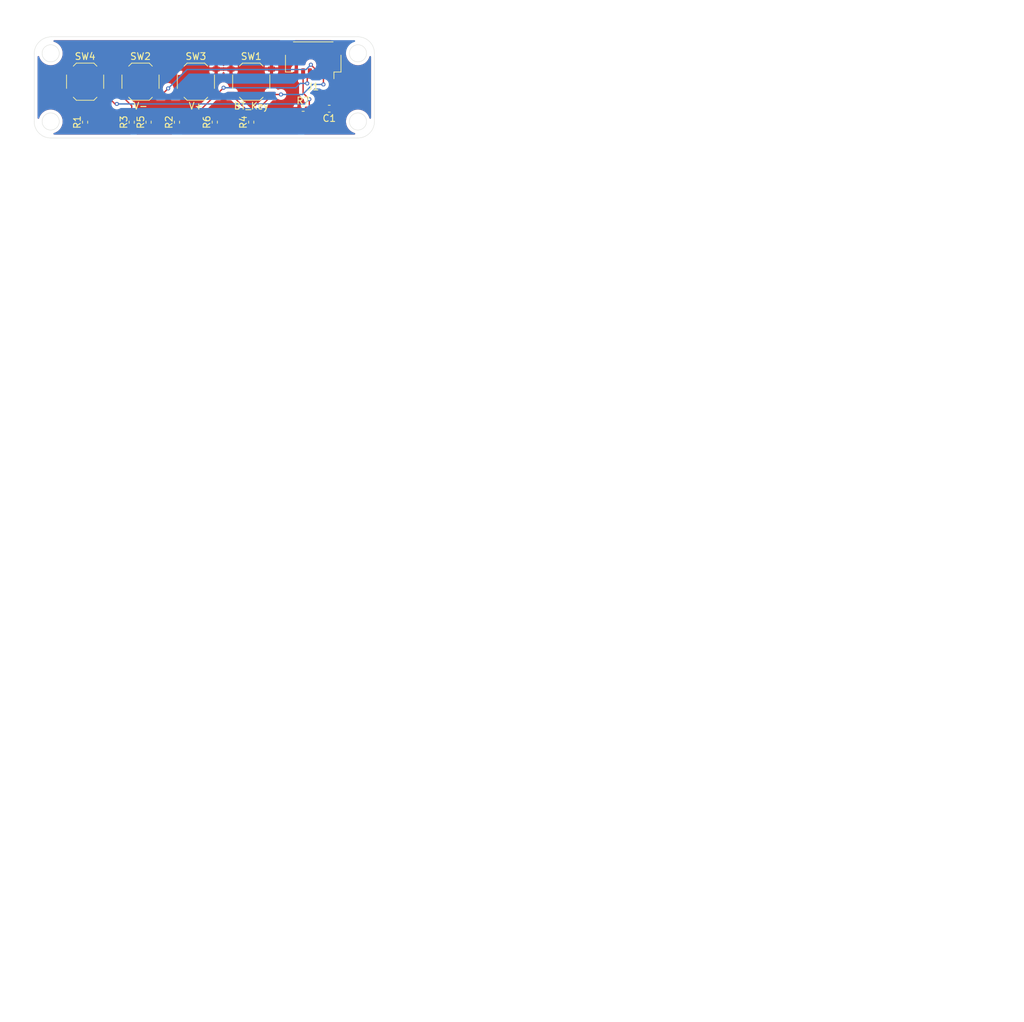
<source format=kicad_pcb>
(kicad_pcb (version 20241229) (generator "pcbnew") (generator_version "9.0")
  (layers (0 "F.Cu" signal) (2 "B.Cu" signal) (13 "F.Paste" user) (15 "B.Paste" user) (5 "F.SilkS" user "F.Silkscreen") (7 "B.SilkS" user "B.Silkscreen") (1 "F.Mask" user) (3 "B.Mask" user) (25 "Edge.Cuts" user))
  (net 0 "")
  (net 1 "GND")
  (net 2 "Net-(J1-Pin_5)")
  (net 3 "Net-(J1-Pin_6)")
  (net 4 "Net-(J1-Pin_4)")
  (net 5 "Net-(J1-Pin_2)")
  (net 6 "Net-(J1-Pin_3)")
  (footprint "Capacitor_SMD:C_0603_1608Metric_Pad1.08x0.95mm_HandSolder" (layer "F.Cu") (at 63.75 30.705 180)
    (property "Reference" "C1" (at 0 -1.43 180) (layer "F.SilkS"))
    (property "Value" "100nF")
    (fp_line (start -0.146267 0.51) (end 0.146267 0.51) (stroke (width 0.12)) (layer "F.SilkS"))
    (fp_line (start -0.146267 -0.51) (end 0.146267 -0.51) (stroke (width 0.12)) (layer "F.SilkS"))
    (pad "1" smd roundrect (at -0.8625 0 180) (size 1.075 0.95) (layers "F.Cu" "F.Mask" "F.Paste") (net 1 "GND"))
    (pad "2" smd roundrect (at 0.8625 0 180) (size 1.075 0.95) (layers "F.Cu" "F.Mask" "F.Paste") (net 3 "Net-(J1-Pin_6)"))
  )
  (footprint "Resistor_SMD:R_0402_1005Metric_Pad0.72x0.64mm_HandSolder" (layer "F.Cu") (at 37 32.705 90)
    (property "Reference" "R5" (at 0 -1.17 90) (layer "F.SilkS"))
    (property "Value" "1kΩ")
    (fp_line (start -0.167621 -0.38) (end 0.167621 -0.38) (stroke (width 0.12)) (layer "F.SilkS"))
    (fp_line (start -0.167621 0.38) (end 0.167621 0.38) (stroke (width 0.12)) (layer "F.SilkS"))
    (pad "1" smd roundrect (at -0.5975 0 90) (size 0.715 0.64) (layers "F.Cu" "F.Mask" "F.Paste") (net 1 "GND"))
    (pad "2" smd roundrect (at 0.5975 0 90) (size 0.715 0.64) (layers "F.Cu" "F.Mask" "F.Paste") (net 4 "Net-(J1-Pin_4)"))
  )
  (footprint "Resistor_SMD:R_0402_1005Metric_Pad0.72x0.64mm_HandSolder" (layer "F.Cu") (at 41.2 32.705 90)
    (property "Reference" "R2" (at 0 -1.17 90) (layer "F.SilkS"))
    (property "Value" "1kΩ")
    (fp_line (start -0.167621 -0.38) (end 0.167621 -0.38) (stroke (width 0.12)) (layer "F.SilkS"))
    (fp_line (start -0.167621 0.38) (end 0.167621 0.38) (stroke (width 0.12)) (layer "F.SilkS"))
    (pad "1" smd roundrect (at -0.5975 0 90) (size 0.715 0.64) (layers "F.Cu" "F.Mask" "F.Paste") (net 3 "Net-(J1-Pin_6)"))
    (pad "2" smd roundrect (at 0.5975 0 90) (size 0.715 0.64) (layers "F.Cu" "F.Mask" "F.Paste") (net 6 "Net-(J1-Pin_3)"))
  )
  (footprint "Resistor_SMD:R_0402_1005Metric_Pad0.72x0.64mm_HandSolder" (layer "F.Cu") (at 52.2 32.7 90)
    (property "Reference" "R4" (at 0 -1.17 90) (layer "F.SilkS"))
    (property "Value" "1kΩ")
    (fp_line (start -0.167621 -0.38) (end 0.167621 -0.38) (stroke (width 0.12)) (layer "F.SilkS"))
    (fp_line (start -0.167621 0.38) (end 0.167621 0.38) (stroke (width 0.12)) (layer "F.SilkS"))
    (pad "1" smd roundrect (at -0.5975 0 90) (size 0.715 0.64) (layers "F.Cu" "F.Mask" "F.Paste") (net 1 "GND"))
    (pad "2" smd roundrect (at 0.5975 0 90) (size 0.715 0.64) (layers "F.Cu" "F.Mask" "F.Paste") (net 2 "Net-(J1-Pin_5)"))
  )
  (footprint "Resistor_SMD:R_0402_1005Metric_Pad0.72x0.64mm_HandSolder" (layer "F.Cu") (at 59.8875 30.705)
    (property "Reference" "R7" (at 0 -1.17 0) (layer "F.SilkS"))
    (property "Value" "1kΩ")
    (fp_line (start -0.167621 -0.38) (end 0.167621 -0.38) (stroke (width 0.12)) (layer "F.SilkS"))
    (fp_line (start -0.167621 0.38) (end 0.167621 0.38) (stroke (width 0.12)) (layer "F.SilkS"))
    (pad "1" smd roundrect (at -0.5975 0) (size 0.715 0.64) (layers "F.Cu" "F.Mask" "F.Paste") (net 1 "GND"))
    (pad "2" smd roundrect (at 0.5975 0) (size 0.715 0.64) (layers "F.Cu" "F.Mask" "F.Paste") (net 5 "Net-(J1-Pin_2)"))
  )
  (footprint "Button_Switch_SMD:SW_Push_1P1T_XKB_TS-1187A" (layer "F.Cu") (at 35.8 26.705)
    (property "Reference" "SW2" (at 0 -3.75 0) (layer "F.SilkS"))
    (property "Value" "V-" (at 0 3.6 0) (layer "F.SilkS"))
    (fp_line (start -2.75 -1) (end -2.75 1) (stroke (width 0.12)) (layer "F.SilkS"))
    (fp_line (start -1.75 -2.3) (end -1.3 -2.75) (stroke (width 0.12)) (layer "F.SilkS"))
    (fp_line (start -1.75 2.3) (end -1.3 2.75) (stroke (width 0.12)) (layer "F.SilkS"))
    (fp_line (start -1.3 -2.75) (end 1.3 -2.75) (stroke (width 0.12)) (layer "F.SilkS"))
    (fp_line (start -1.3 2.75) (end 1.3 2.75) (stroke (width 0.12)) (layer "F.SilkS"))
    (fp_line (start 1.75 -2.3) (end 1.3 -2.75) (stroke (width 0.12)) (layer "F.SilkS"))
    (fp_line (start 1.75 2.3) (end 1.3 2.75) (stroke (width 0.12)) (layer "F.SilkS"))
    (fp_line (start 2.75 -1) (end 2.75 1) (stroke (width 0.12)) (layer "F.SilkS"))
    (pad "1" smd rect (at -3 -1.875) (size 1 0.75) (layers "F.Cu" "F.Mask" "F.Paste") (net 1 "GND"))
    (pad "1" smd rect (at 3 -1.875) (size 1 0.75) (layers "F.Cu" "F.Mask" "F.Paste") (net 1 "GND"))
    (pad "2" smd rect (at -3 1.875) (size 1 0.75) (layers "F.Cu" "F.Mask" "F.Paste") (net 4 "Net-(J1-Pin_4)"))
    (pad "2" smd rect (at 3 1.875) (size 1 0.75) (layers "F.Cu" "F.Mask" "F.Paste") (net 4 "Net-(J1-Pin_4)"))
  )
  (footprint "Button_Switch_SMD:SW_Push_1P1T_XKB_TS-1187A" (layer "F.Cu") (at 52.2 26.705)
    (property "Reference" "SW1" (at 0 -3.75 0) (layer "F.SilkS"))
    (property "Value" "BT_Key" (at 0 3.6 0) (layer "F.SilkS"))
    (fp_line (start -2.75 -1) (end -2.75 1) (stroke (width 0.12)) (layer "F.SilkS"))
    (fp_line (start -1.75 -2.3) (end -1.3 -2.75) (stroke (width 0.12)) (layer "F.SilkS"))
    (fp_line (start -1.75 2.3) (end -1.3 2.75) (stroke (width 0.12)) (layer "F.SilkS"))
    (fp_line (start -1.3 -2.75) (end 1.3 -2.75) (stroke (width 0.12)) (layer "F.SilkS"))
    (fp_line (start -1.3 2.75) (end 1.3 2.75) (stroke (width 0.12)) (layer "F.SilkS"))
    (fp_line (start 1.75 -2.3) (end 1.3 -2.75) (stroke (width 0.12)) (layer "F.SilkS"))
    (fp_line (start 1.75 2.3) (end 1.3 2.75) (stroke (width 0.12)) (layer "F.SilkS"))
    (fp_line (start 2.75 -1) (end 2.75 1) (stroke (width 0.12)) (layer "F.SilkS"))
    (pad "1" smd rect (at -3 -1.875) (size 1 0.75) (layers "F.Cu" "F.Mask" "F.Paste") (net 1 "GND"))
    (pad "1" smd rect (at 3 -1.875) (size 1 0.75) (layers "F.Cu" "F.Mask" "F.Paste") (net 1 "GND"))
    (pad "2" smd rect (at -3 1.875) (size 1 0.75) (layers "F.Cu" "F.Mask" "F.Paste") (net 2 "Net-(J1-Pin_5)"))
    (pad "2" smd rect (at 3 1.875) (size 1 0.75) (layers "F.Cu" "F.Mask" "F.Paste") (net 2 "Net-(J1-Pin_5)"))
  )
  (footprint "Button_Switch_SMD:SW_Push_1P1T_XKB_TS-1187A" (layer "F.Cu") (at 44 26.705)
    (property "Reference" "SW3" (at 0 -3.75 0) (layer "F.SilkS"))
    (property "Value" "V+" (at 0 3.6 0) (layer "F.SilkS"))
    (fp_line (start -2.75 -1) (end -2.75 1) (stroke (width 0.12)) (layer "F.SilkS"))
    (fp_line (start -1.75 -2.3) (end -1.3 -2.75) (stroke (width 0.12)) (layer "F.SilkS"))
    (fp_line (start -1.75 2.3) (end -1.3 2.75) (stroke (width 0.12)) (layer "F.SilkS"))
    (fp_line (start -1.3 -2.75) (end 1.3 -2.75) (stroke (width 0.12)) (layer "F.SilkS"))
    (fp_line (start -1.3 2.75) (end 1.3 2.75) (stroke (width 0.12)) (layer "F.SilkS"))
    (fp_line (start 1.75 -2.3) (end 1.3 -2.75) (stroke (width 0.12)) (layer "F.SilkS"))
    (fp_line (start 1.75 2.3) (end 1.3 2.75) (stroke (width 0.12)) (layer "F.SilkS"))
    (fp_line (start 2.75 -1) (end 2.75 1) (stroke (width 0.12)) (layer "F.SilkS"))
    (pad "1" smd rect (at -3 -1.875) (size 1 0.75) (layers "F.Cu" "F.Mask" "F.Paste") (net 1 "GND"))
    (pad "1" smd rect (at 3 -1.875) (size 1 0.75) (layers "F.Cu" "F.Mask" "F.Paste") (net 1 "GND"))
    (pad "2" smd rect (at -3 1.875) (size 1 0.75) (layers "F.Cu" "F.Mask" "F.Paste") (net 6 "Net-(J1-Pin_3)"))
    (pad "2" smd rect (at 3 1.875) (size 1 0.75) (layers "F.Cu" "F.Mask" "F.Paste") (net 6 "Net-(J1-Pin_3)"))
  )
  (footprint "Resistor_SMD:R_0402_1005Metric_Pad0.72x0.64mm_HandSolder" (layer "F.Cu") (at 34.5 32.705 90)
    (property "Reference" "R3" (at 0 -1.17 90) (layer "F.SilkS"))
    (property "Value" "1kΩ")
    (fp_line (start -0.167621 -0.38) (end 0.167621 -0.38) (stroke (width 0.12)) (layer "F.SilkS"))
    (fp_line (start -0.167621 0.38) (end 0.167621 0.38) (stroke (width 0.12)) (layer "F.SilkS"))
    (pad "1" smd roundrect (at -0.5975 0 90) (size 0.715 0.64) (layers "F.Cu" "F.Mask" "F.Paste") (net 3 "Net-(J1-Pin_6)"))
    (pad "2" smd roundrect (at 0.5975 0 90) (size 0.715 0.64) (layers "F.Cu" "F.Mask" "F.Paste") (net 4 "Net-(J1-Pin_4)"))
  )
  (footprint "Resistor_SMD:R_0402_1005Metric_Pad0.72x0.64mm_HandSolder" (layer "F.Cu") (at 27.6 32.705 90)
    (property "Reference" "R1" (at 0 -1.17 90) (layer "F.SilkS"))
    (property "Value" "1kΩ")
    (fp_line (start -0.167621 -0.38) (end 0.167621 -0.38) (stroke (width 0.12)) (layer "F.SilkS"))
    (fp_line (start -0.167621 0.38) (end 0.167621 0.38) (stroke (width 0.12)) (layer "F.SilkS"))
    (pad "1" smd roundrect (at -0.5975 0 90) (size 0.715 0.64) (layers "F.Cu" "F.Mask" "F.Paste") (net 3 "Net-(J1-Pin_6)"))
    (pad "2" smd roundrect (at 0.5975 0 90) (size 0.715 0.64) (layers "F.Cu" "F.Mask" "F.Paste") (net 5 "Net-(J1-Pin_2)"))
  )
  (footprint "Resistor_SMD:R_0402_1005Metric_Pad0.72x0.64mm_HandSolder" (layer "F.Cu") (at 46.8 32.7 90)
    (property "Reference" "R6" (at 0 -1.17 90) (layer "F.SilkS"))
    (property "Value" "1kΩ")
    (fp_line (start -0.167621 -0.38) (end 0.167621 -0.38) (stroke (width 0.12)) (layer "F.SilkS"))
    (fp_line (start -0.167621 0.38) (end 0.167621 0.38) (stroke (width 0.12)) (layer "F.SilkS"))
    (pad "1" smd roundrect (at -0.5975 0 90) (size 0.715 0.64) (layers "F.Cu" "F.Mask" "F.Paste") (net 1 "GND"))
    (pad "2" smd roundrect (at 0.5975 0 90) (size 0.715 0.64) (layers "F.Cu" "F.Mask" "F.Paste") (net 6 "Net-(J1-Pin_3)"))
  )
  (footprint "Connector_JST:JST_SH_SM06B-SRSS-TB_1x06-1MP_P1.00mm_Horizontal" (layer "F.Cu") (at 61.38 23.49 180)
    (property "Reference" "J1" (at 0 -3.98 0) (layer "F.SilkS"))
    (property "Value" "Conn_01x06")
    (fp_line (start 4.11 0.715) (end 4.11 -1.785) (stroke (width 0.12)) (layer "F.SilkS"))
    (fp_line (start 4.11 -1.785) (end 3.06 -1.785) (stroke (width 0.12)) (layer "F.SilkS"))
    (fp_line (start -2.94 2.685) (end 2.94 2.685) (stroke (width 0.12)) (layer "F.SilkS"))
    (fp_line (start -3.06 -1.785) (end -3.06 -2.775) (stroke (width 0.12)) (layer "F.SilkS"))
    (fp_line (start -4.11 0.715) (end -4.11 -1.785) (stroke (width 0.12)) (layer "F.SilkS"))
    (fp_line (start -4.11 -1.785) (end -3.06 -1.785) (stroke (width 0.12)) (layer "F.SilkS"))
    (pad "1" smd roundrect (at 2.5 -2 180) (size 0.6 1.55) (layers "F.Cu" "F.Mask" "F.Paste") (net 1 "GND"))
    (pad "2" smd roundrect (at 1.5 -2 180) (size 0.6 1.55) (layers "F.Cu" "F.Mask" "F.Paste") (net 5 "Net-(J1-Pin_2)"))
    (pad "3" smd roundrect (at 0.5 -2 180) (size 0.6 1.55) (layers "F.Cu" "F.Mask" "F.Paste") (net 6 "Net-(J1-Pin_3)"))
    (pad "4" smd roundrect (at -0.5 -2 180) (size 0.6 1.55) (layers "F.Cu" "F.Mask" "F.Paste") (net 4 "Net-(J1-Pin_4)"))
    (pad "5" smd roundrect (at -1.5 -2 180) (size 0.6 1.55) (layers "F.Cu" "F.Mask" "F.Paste") (net 2 "Net-(J1-Pin_5)"))
    (pad "6" smd roundrect (at -2.5 -2 180) (size 0.6 1.55) (layers "F.Cu" "F.Mask" "F.Paste") (net 3 "Net-(J1-Pin_6)"))
    (pad "MP" smd roundrect (at -3.8 1.875 180) (size 1.2 1.8) (layers "F.Cu" "F.Mask" "F.Paste") (roundrect_rratio 0.208333))
    (pad "MP" smd roundrect (at 3.8 1.875 180) (size 1.2 1.8) (layers "F.Cu" "F.Mask" "F.Paste") (roundrect_rratio 0.208333))
  )
  (footprint "Button_Switch_SMD:SW_Push_1P1T_XKB_TS-1187A" (layer "F.Cu") (at 27.6 26.705)
    (property "Reference" "SW4" (at 0 -3.75 0) (layer "F.SilkS"))
    (property "Value" "start_pause" (hide yes))
    (fp_line (start -2.75 -1) (end -2.75 1) (stroke (width 0.12)) (layer "F.SilkS"))
    (fp_line (start -1.75 -2.3) (end -1.3 -2.75) (stroke (width 0.12)) (layer "F.SilkS"))
    (fp_line (start -1.75 2.3) (end -1.3 2.75) (stroke (width 0.12)) (layer "F.SilkS"))
    (fp_line (start -1.3 -2.75) (end 1.3 -2.75) (stroke (width 0.12)) (layer "F.SilkS"))
    (fp_line (start -1.3 2.75) (end 1.3 2.75) (stroke (width 0.12)) (layer "F.SilkS"))
    (fp_line (start 1.75 -2.3) (end 1.3 -2.75) (stroke (width 0.12)) (layer "F.SilkS"))
    (fp_line (start 1.75 2.3) (end 1.3 2.75) (stroke (width 0.12)) (layer "F.SilkS"))
    (fp_line (start 2.75 -1) (end 2.75 1) (stroke (width 0.12)) (layer "F.SilkS"))
    (pad "1" smd rect (at -3 -1.875) (size 1 0.75) (layers "F.Cu" "F.Mask" "F.Paste") (net 1 "GND"))
    (pad "1" smd rect (at 3 -1.875) (size 1 0.75) (layers "F.Cu" "F.Mask" "F.Paste") (net 1 "GND"))
    (pad "2" smd rect (at -3 1.875) (size 1 0.75) (layers "F.Cu" "F.Mask" "F.Paste") (net 5 "Net-(J1-Pin_2)"))
    (pad "2" smd rect (at 3 1.875) (size 1 0.75) (layers "F.Cu" "F.Mask" "F.Paste") (net 5 "Net-(J1-Pin_2)"))
  )
  (gr_line (start 70.443949 22.5) (end 70.443949 32.6) (stroke (width 0.05)) (layer "Edge.Cuts"))
  (gr_line (start 22.596051 20.056051) (end 68 20.056051) (stroke (width 0.05)) (layer "Edge.Cuts"))
  (gr_circle (center 68 32.6) (end 69.27 32.6) (stroke (width 0.05)) (fill no) (layer "Edge.Cuts"))
  (gr_arc (start 70.443949 32.6) (mid 69.728133 34.328133) (end 68 35.043949) (stroke (width 0.05)) (layer "Edge.Cuts"))
  (gr_line (start 20.056052 22.596051) (end 20.056051 32.6) (stroke (width 0.05)) (layer "Edge.Cuts"))
  (gr_circle (center 22.5 22.5) (end 23.77 22.5) (stroke (width 0.05)) (fill no) (layer "Edge.Cuts"))
  (gr_circle (center 22.5 32.6) (end 23.77 32.6) (stroke (width 0.05)) (fill no) (layer "Edge.Cuts"))
  (gr_arc (start 68 20.056051) (mid 69.728133 20.771867) (end 70.443949 22.5) (stroke (width 0.05)) (layer "Edge.Cuts"))
  (gr_line (start 22.5 35.043949) (end 68 35.043949) (stroke (width 0.05)) (layer "Edge.Cuts"))
  (gr_arc (start 20.056051 22.596051) (mid 20.8 20.8) (end 22.596051 20.056051) (stroke (width 0.05)) (layer "Edge.Cuts"))
  (gr_arc (start 22.5 35.043949) (mid 20.771867 34.328133) (end 20.056051 32.6) (stroke (width 0.05)) (layer "Edge.Cuts"))
  (gr_circle (center 68 22.5) (end 69.27 22.5) (stroke (width 0.05)) (fill no) (layer "Edge.Cuts"))
  (segment (start 52.2 31.58) (end 49.2 28.58) (width 0.2) (layer "F.Cu") (net 2))
  (segment (start 56.6 28.6) (end 55.22 28.6) (width 0.2) (layer "F.Cu") (net 2))
  (segment (start 62.89 25.81) (end 62.9 25.8) (width 0.2) (layer "F.Cu") (net 2))
  (segment (start 55.22 28.6) (end 55.2 28.58) (width 0.2) (layer "F.Cu") (net 2))
  (segment (start 62.89 25.5) (end 62.88 25.49) (width 0.2) (layer "F.Cu") (net 2))
  (segment (start 55.2 28.58) (end 55.2 28.7875) (width 0.2) (layer "F.Cu") (net 2))
  (segment (start 52.2 31.7875) (end 52.2 31.58) (width 0.2) (layer "F.Cu") (net 2))
  (segment (start 62.89 27.11) (end 62.89 25.5) (width 0.2) (layer "F.Cu") (net 2))
  (segment (start 55.2 28.7875) (end 52.2 31.7875) (width 0.2) (layer "F.Cu") (net 2))
  (via (at 56.6 28.6) (size 0.6) (drill 0.3) (layers "F.Cu" "B.Cu") (net 2))
  (via (at 62.89 27.11) (size 0.6) (drill 0.3) (layers "F.Cu" "B.Cu") (net 2))
  (segment (start 59.8 28.6) (end 56.6 28.6) (width 0.2) (layer "B.Cu") (net 2))
  (segment (start 62.89 27.11) (end 61.29 27.11) (width 0.2) (layer "B.Cu") (net 2))
  (segment (start 61.29 27.11) (end 59.8 28.6) (width 0.2) (layer "B.Cu") (net 2))
  (segment (start 40.374551 34.442949) (end 41.2 33.6175) (width 0.2) (layer "F.Cu") (net 3))
  (segment (start 35.325449 34.442949) (end 40.374551 34.442949) (width 0.2) (layer "F.Cu") (net 3))
  (segment (start 27.6 33.6175) (end 34.5 33.6175) (width 0.2) (layer "F.Cu") (net 3))
  (segment (start 42.0085 34.426) (end 59.079 34.426) (width 0.2) (layer "F.Cu") (net 3))
  (segment (start 59.079 34.426) (end 63.9 29.605) (width 0.2) (layer "F.Cu") (net 3))
  (segment (start 63.9 29.605) (end 63.88 29.585) (width 0.2) (layer "F.Cu") (net 3))
  (segment (start 34.5 33.6175) (end 35.325449 34.442949) (width 0.2) (layer "F.Cu") (net 3))
  (segment (start 41.2 33.6175) (end 42.0085 34.426) (width 0.2) (layer "F.Cu") (net 3))
  (segment (start 63.88 29.585) (end 63.88 25.49) (width 0.2) (layer "F.Cu") (net 3))
  (segment (start 34.5 31.7925) (end 34.5 30.28) (width 0.2) (layer "F.Cu") (net 4))
  (segment (start 38.8 28.58) (end 39.02 28.58) (width 0.2) (layer "F.Cu") (net 4))
  (segment (start 61.03 24.19) (end 61.88 25.04) (width 0.2) (layer "F.Cu") (net 4))
  (segment (start 34.5 30.28) (end 32.8 28.58) (width 0.2) (layer "F.Cu") (net 4))
  (segment (start 32.8 28.58) (end 38.8 28.58) (width 0.2) (layer "F.Cu") (net 4))
  (segment (start 34.5 31.7925) (end 37 31.7925) (width 0.2) (layer "F.Cu") (net 4))
  (segment (start 61.88 25.04) (end 61.88 25.49) (width 0.2) (layer "F.Cu") (net 4))
  (segment (start 39.02 28.58) (end 39.9 27.7) (width 0.2) (layer "F.Cu") (net 4))
  (via (at 61.03 24.19) (size 0.6) (drill 0.3) (layers "F.Cu" "B.Cu") (net 4))
  (via (at 39.9 27.7) (size 0.6) (drill 0.3) (layers "F.Cu" "B.Cu") (net 4))
  (segment (start 61.03 24.19) (end 60.321 24.899) (width 0.2) (layer "B.Cu") (net 4))
  (segment (start 42.701 24.899) (end 39.9 27.7) (width 0.2) (layer "B.Cu") (net 4))
  (segment (start 60.321 24.899) (end 42.701 24.899) (width 0.2) (layer "B.Cu") (net 4))
  (segment (start 27.6 31.58) (end 24.6 28.58) (width 0.2) (layer "F.Cu") (net 5))
  (segment (start 60.8 29.3) (end 60.8 30.705) (width 0.2) (layer "F.Cu") (net 5))
  (segment (start 30.6 28.58) (end 32.02 30) (width 0.2) (layer "F.Cu") (net 5))
  (segment (start 59.88 28.38) (end 59.88 25.49) (width 0.2) (layer "F.Cu") (net 5))
  (segment (start 27.6 28.58) (end 30.6 28.58) (width 0.2) (layer "F.Cu") (net 5))
  (segment (start 60.8 29.3) (end 59.88 28.38) (width 0.2) (layer "F.Cu") (net 5))
  (segment (start 27.6 31.7925) (end 27.6 31.58) (width 0.2) (layer "F.Cu") (net 5))
  (segment (start 32.02 30) (end 32.3 30) (width 0.2) (layer "F.Cu") (net 5))
  (segment (start 24.6 28.58) (end 27.6 28.58) (width 0.2) (layer "F.Cu") (net 5))
  (via (at 32.3 30) (size 0.6) (drill 0.3) (layers "F.Cu" "B.Cu") (net 5))
  (via (at 60.8 29.3) (size 0.6) (drill 0.3) (layers "F.Cu" "B.Cu") (net 5))
  (segment (start 60.1 30) (end 60.8 29.3) (width 0.2) (layer "B.Cu") (net 5))
  (segment (start 32.3 30) (end 60.1 30) (width 0.2) (layer "B.Cu") (net 5))
  (segment (start 41.2 31.7925) (end 43.7875 31.7925) (width 0.2) (layer "F.Cu") (net 6))
  (segment (start 60.49 25.91) (end 60.49 26.96) (width 0.2) (layer "F.Cu") (net 6))
  (segment (start 41.2 31.7925) (end 41.5 31.7925) (width 0.2) (layer "F.Cu") (net 6))
  (segment (start 60.9 25.5) (end 60.49 25.91) (width 0.2) (layer "F.Cu") (net 6))
  (segment (start 41.5 31.7925) (end 41.505 31.7875) (width 0.2) (layer "F.Cu") (net 6))
  (segment (start 41.2 28.78) (end 41 28.58) (width 0.2) (layer "F.Cu") (net 6))
  (segment (start 47 28.58) (end 47.12 28.58) (width 0.2) (layer "F.Cu") (net 6))
  (segment (start 41 28.58) (end 47 28.58) (width 0.2) (layer "F.Cu") (net 6))
  (segment (start 41.505 31.7875) (end 46.8 31.7875) (width 0.2) (layer "F.Cu") (net 6))
  (segment (start 47.12 28.58) (end 48.1 27.6) (width 0.2) (layer "F.Cu") (net 6))
  (segment (start 43.7875 31.7925) (end 47 28.58) (width 0.2) (layer "F.Cu") (net 6))
  (via (at 60.49 26.96) (size 0.6) (drill 0.3) (layers "F.Cu" "B.Cu") (net 6))
  (via (at 48.1 27.6) (size 0.6) (drill 0.3) (layers "F.Cu" "B.Cu") (net 6))
  (segment (start 59.44 26.96) (end 58.8 27.6) (width 0.2) (layer "B.Cu") (net 6))
  (segment (start 60.49 26.96) (end 59.44 26.96) (width 0.2) (layer "B.Cu") (net 6))
  (segment (start 58.8 27.6) (end 48.1 27.6) (width 0.2) (layer "B.Cu") (net 6))
  (zone (net 1) (net_name "GND") (layer "F.Cu") (connect_pads (clearance 0.5)) (min_thickness 0.25) (fill yes (thermal_gap 0.5) (thermal_bridge_width 0.5))
    (polygon (pts (xy 20 20) (xy 70.4 20) (xy 70.4 35) (xy 20 35)))
  )
  (zone (net 1) (net_name "GND") (layer "B.Cu") (priority 1) (connect_pads (clearance 0.5)) (min_thickness 0.25) (fill yes (thermal_gap 0.5) (thermal_bridge_width 0.5))
    (polygon (pts (xy 20 20) (xy 70.4 20) (xy 70.4 35) (xy 20 35)))
  )
)
</source>
